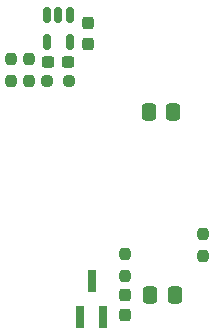
<source format=gbr>
%TF.GenerationSoftware,KiCad,Pcbnew,6.0.10+dfsg-1~bpo11+1*%
%TF.CreationDate,2023-02-01T15:11:05+08:00*%
%TF.ProjectId,MiniVerb v2.0 - Main,4d696e69-5665-4726-9220-76322e30202d,rev?*%
%TF.SameCoordinates,Original*%
%TF.FileFunction,Paste,Top*%
%TF.FilePolarity,Positive*%
%FSLAX46Y46*%
G04 Gerber Fmt 4.6, Leading zero omitted, Abs format (unit mm)*
G04 Created by KiCad (PCBNEW 6.0.10+dfsg-1~bpo11+1) date 2023-02-01 15:11:05*
%MOMM*%
%LPD*%
G01*
G04 APERTURE LIST*
G04 Aperture macros list*
%AMRoundRect*
0 Rectangle with rounded corners*
0 $1 Rounding radius*
0 $2 $3 $4 $5 $6 $7 $8 $9 X,Y pos of 4 corners*
0 Add a 4 corners polygon primitive as box body*
4,1,4,$2,$3,$4,$5,$6,$7,$8,$9,$2,$3,0*
0 Add four circle primitives for the rounded corners*
1,1,$1+$1,$2,$3*
1,1,$1+$1,$4,$5*
1,1,$1+$1,$6,$7*
1,1,$1+$1,$8,$9*
0 Add four rect primitives between the rounded corners*
20,1,$1+$1,$2,$3,$4,$5,0*
20,1,$1+$1,$4,$5,$6,$7,0*
20,1,$1+$1,$6,$7,$8,$9,0*
20,1,$1+$1,$8,$9,$2,$3,0*%
G04 Aperture macros list end*
%ADD10RoundRect,0.237500X0.237500X-0.300000X0.237500X0.300000X-0.237500X0.300000X-0.237500X-0.300000X0*%
%ADD11RoundRect,0.250000X-0.337500X-0.475000X0.337500X-0.475000X0.337500X0.475000X-0.337500X0.475000X0*%
%ADD12R,0.800000X1.900000*%
%ADD13RoundRect,0.237500X0.250000X0.237500X-0.250000X0.237500X-0.250000X-0.237500X0.250000X-0.237500X0*%
%ADD14RoundRect,0.237500X-0.237500X0.250000X-0.237500X-0.250000X0.237500X-0.250000X0.237500X0.250000X0*%
%ADD15RoundRect,0.150000X-0.150000X0.512500X-0.150000X-0.512500X0.150000X-0.512500X0.150000X0.512500X0*%
%ADD16RoundRect,0.237500X0.300000X0.237500X-0.300000X0.237500X-0.300000X-0.237500X0.300000X-0.237500X0*%
%ADD17RoundRect,0.237500X0.237500X-0.250000X0.237500X0.250000X-0.237500X0.250000X-0.237500X-0.250000X0*%
%ADD18RoundRect,0.237500X-0.237500X0.300000X-0.237500X-0.300000X0.237500X-0.300000X0.237500X0.300000X0*%
G04 APERTURE END LIST*
D10*
%TO.C,C13*%
X133804000Y-127219000D03*
X133804000Y-125494000D03*
%TD*%
D11*
%TO.C,C5*%
X138962500Y-133011000D03*
X141037500Y-133011000D03*
%TD*%
D12*
%TO.C,U2*%
X133162000Y-150344000D03*
X135062000Y-150344000D03*
X134112000Y-147344000D03*
%TD*%
D13*
%TO.C,R17*%
X132156500Y-130346500D03*
X130331500Y-130346500D03*
%TD*%
D11*
%TO.C,C6*%
X139050000Y-148511000D03*
X141125000Y-148511000D03*
%TD*%
D14*
%TO.C,R14*%
X128774000Y-128534000D03*
X128774000Y-130359000D03*
%TD*%
D15*
%TO.C,U3*%
X132244000Y-124819000D03*
X131294000Y-124819000D03*
X130344000Y-124819000D03*
X130344000Y-127094000D03*
X132244000Y-127094000D03*
%TD*%
D16*
%TO.C,C14*%
X132116500Y-128816500D03*
X130391500Y-128816500D03*
%TD*%
D17*
%TO.C,R11*%
X143510000Y-145184500D03*
X143510000Y-143359500D03*
%TD*%
D18*
%TO.C,C9*%
X136906000Y-148489500D03*
X136906000Y-150214500D03*
%TD*%
D14*
%TO.C,R12*%
X136906000Y-145034000D03*
X136906000Y-146859000D03*
%TD*%
%TO.C,R16*%
X127254000Y-128524000D03*
X127254000Y-130349000D03*
%TD*%
M02*

</source>
